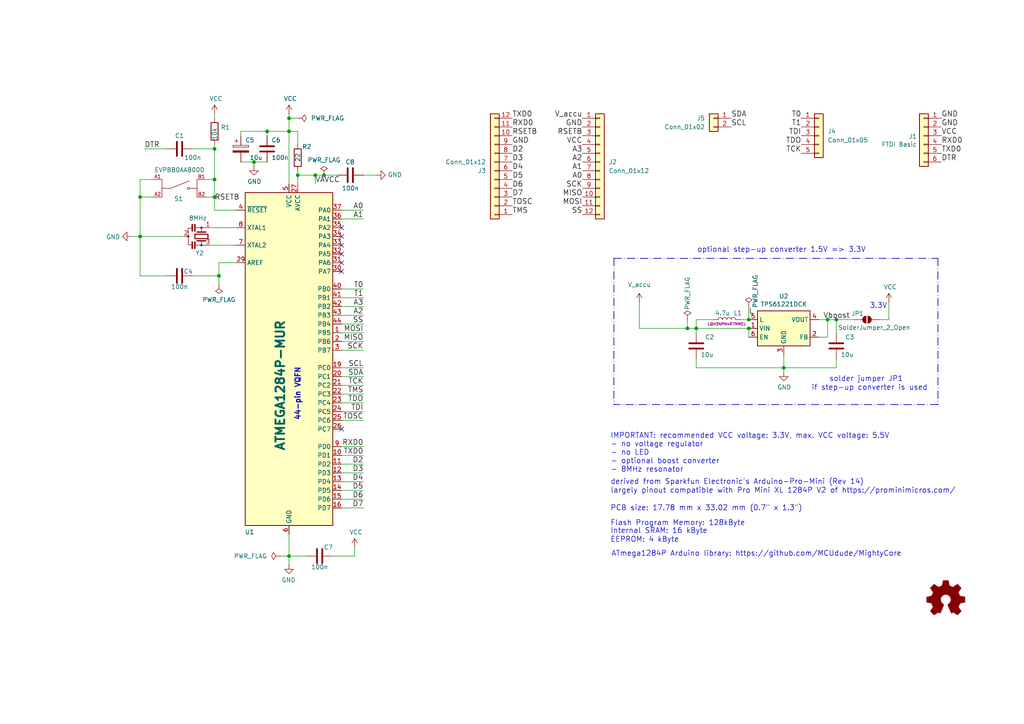
<source format=kicad_sch>
(kicad_sch (version 20231120) (generator "eeschema") (generator_version "8.0")
  (paper "A4")
  (title_block (title "HB_Pro_Mini_ATMEGA1284P_FUEL4EP") (date "2025-01-26") (rev "1.0") (company "(C) FUEL4EP 2025") (comment 1 "https://creativecommons.org/licenses/by-nc-sa/4.0/") (comment 2 "This work is licensed under CC BY-NC-SA 4.0") (comment 3 "adapted for AskSinPP projects") (comment 4 "ATmega1284P-AU VQFN 44 based clone of Arduino Pro Mini"))
  (lib_symbols
    (symbol "Connector_Generic:Conn_01x02" (pin_names (offset 1.016) hide)
      (property "Reference" "J" (at 0 2.54 0))
      (property "Value" "Conn_01x02" (at 0 -5.08 0))
      (symbol "Conn_01x02_1_1"
        (rectangle (start -1.27 -2.413) (end 0 -2.667) (stroke (width 0.1524)))
        (rectangle (start -1.27 0.127) (end 0 -0.127) (stroke (width 0.1524)))
        (rectangle (start -1.27 1.27) (end 1.27 -3.81) (stroke (width 0.254)) (fill (type background)))
        (pin passive line (at -5.08 0 0) (length 3.81) (name "Pin_1") (number "1"))
        (pin passive line (at -5.08 -2.54 0) (length 3.81) (name "Pin_2") (number "2"))
      )
    )
    (symbol "Connector_Generic:Conn_01x05" (pin_names (offset 1.016) hide)
      (property "Reference" "J" (at 0 7.62 0))
      (property "Value" "Conn_01x05" (at 0 -7.62 0))
      (symbol "Conn_01x05_1_1"
        (rectangle (start -1.27 -4.953) (end 0 -5.207) (stroke (width 0.1524)))
        (rectangle (start -1.27 -2.413) (end 0 -2.667) (stroke (width 0.1524)))
        (rectangle (start -1.27 0.127) (end 0 -0.127) (stroke (width 0.1524)))
        (rectangle (start -1.27 2.667) (end 0 2.413) (stroke (width 0.1524)))
        (rectangle (start -1.27 5.207) (end 0 4.953) (stroke (width 0.1524)))
        (rectangle (start -1.27 6.35) (end 1.27 -6.35) (stroke (width 0.254)) (fill (type background)))
        (pin passive line (at -5.08 5.08 0) (length 3.81) (name "Pin_1") (number "1"))
        (pin passive line (at -5.08 2.54 0) (length 3.81) (name "Pin_2") (number "2"))
        (pin passive line (at -5.08 0 0) (length 3.81) (name "Pin_3") (number "3"))
        (pin passive line (at -5.08 -2.54 0) (length 3.81) (name "Pin_4") (number "4"))
        (pin passive line (at -5.08 -5.08 0) (length 3.81) (name "Pin_5") (number "5"))
      )
    )
    (symbol "Connector_Generic:Conn_01x06" (pin_names (offset 1.016) hide)
      (property "Reference" "J" (at 0 7.62 0))
      (property "Value" "Conn_01x06" (at 0 -10.16 0))
      (symbol "Conn_01x06_1_1"
        (rectangle (start -1.27 -7.493) (end 0 -7.747) (stroke (width 0.1524)))
        (rectangle (start -1.27 -4.953) (end 0 -5.207) (stroke (width 0.1524)))
        (rectangle (start -1.27 -2.413) (end 0 -2.667) (stroke (width 0.1524)))
        (rectangle (start -1.27 0.127) (end 0 -0.127) (stroke (width 0.1524)))
        (rectangle (start -1.27 2.667) (end 0 2.413) (stroke (width 0.1524)))
        (rectangle (start -1.27 5.207) (end 0 4.953) (stroke (width 0.1524)))
        (rectangle (start -1.27 6.35) (end 1.27 -8.89) (stroke (width 0.254)) (fill (type background)))
        (pin passive line (at -5.08 5.08 0) (length 3.81) (name "Pin_1") (number "1"))
        (pin passive line (at -5.08 2.54 0) (length 3.81) (name "Pin_2") (number "2"))
        (pin passive line (at -5.08 0 0) (length 3.81) (name "Pin_3") (number "3"))
        (pin passive line (at -5.08 -2.54 0) (length 3.81) (name "Pin_4") (number "4"))
        (pin passive line (at -5.08 -5.08 0) (length 3.81) (name "Pin_5") (number "5"))
        (pin passive line (at -5.08 -7.62 0) (length 3.81) (name "Pin_6") (number "6"))
      )
    )
    (symbol "Connector_Generic:Conn_01x12" (pin_names (offset 1.016) hide)
      (property "Reference" "J" (at 0 15.24 0))
      (property "Value" "Conn_01x12" (at 0 -17.78 0))
      (symbol "Conn_01x12_1_1"
        (rectangle (start -1.27 -15.113) (end 0 -15.367) (stroke (width 0.1524)))
        (rectangle (start -1.27 -12.573) (end 0 -12.827) (stroke (width 0.1524)))
        (rectangle (start -1.27 -10.033) (end 0 -10.287) (stroke (width 0.1524)))
        (rectangle (start -1.27 -7.493) (end 0 -7.747) (stroke (width 0.1524)))
        (rectangle (start -1.27 -4.953) (end 0 -5.207) (stroke (width 0.1524)))
        (rectangle (start -1.27 -2.413) (end 0 -2.667) (stroke (width 0.1524)))
        (rectangle (start -1.27 0.127) (end 0 -0.127) (stroke (width 0.1524)))
        (rectangle (start -1.27 2.667) (end 0 2.413) (stroke (width 0.1524)))
        (rectangle (start -1.27 5.207) (end 0 4.953) (stroke (width 0.1524)))
        (rectangle (start -1.27 7.747) (end 0 7.493) (stroke (width 0.1524)))
        (rectangle (start -1.27 10.287) (end 0 10.033) (stroke (width 0.1524)))
        (rectangle (start -1.27 12.827) (end 0 12.573) (stroke (width 0.1524)))
        (rectangle (start -1.27 13.97) (end 1.27 -16.51) (stroke (width 0.254)) (fill (type background)))
        (pin passive line (at -5.08 12.7 0) (length 3.81) (name "Pin_1") (number "1"))
        (pin passive line (at -5.08 -10.16 0) (length 3.81) (name "Pin_10") (number "10"))
        (pin passive line (at -5.08 -12.7 0) (length 3.81) (name "Pin_11") (number "11"))
        (pin passive line (at -5.08 -15.24 0) (length 3.81) (name "Pin_12") (number "12"))
        (pin passive line (at -5.08 10.16 0) (length 3.81) (name "Pin_2") (number "2"))
        (pin passive line (at -5.08 7.62 0) (length 3.81) (name "Pin_3") (number "3"))
        (pin passive line (at -5.08 5.08 0) (length 3.81) (name "Pin_4") (number "4"))
        (pin passive line (at -5.08 2.54 0) (length 3.81) (name "Pin_5") (number "5"))
        (pin passive line (at -5.08 0 0) (length 3.81) (name "Pin_6") (number "6"))
        (pin passive line (at -5.08 -2.54 0) (length 3.81) (name "Pin_7") (number "7"))
        (pin passive line (at -5.08 -5.08 0) (length 3.81) (name "Pin_8") (number "8"))
        (pin passive line (at -5.08 -7.62 0) (length 3.81) (name "Pin_9") (number "9"))
      )
    )
    (symbol "Device:C" (pin_numbers hide) (pin_names (offset 0.254))
      (property "Reference" "C" (at 0.635 2.54 0))
      (property "Value" "C" (at 0.635 -2.54 0))
      (symbol "C_0_1"
        (polyline (pts (xy -2.032 -0.762) (xy 2.032 -0.762)) (stroke (width 0.508)))
        (polyline (pts (xy -2.032 0.762) (xy 2.032 0.762)) (stroke (width 0.508)))
      )
      (symbol "C_1_1"
        (pin passive line (at 0 3.81 270) (length 2.794) (name "~") (number "1"))
        (pin passive line (at 0 -3.81 90) (length 2.794) (name "~") (number "2"))
      )
    )
    (symbol "Device:C_Polarized" (pin_numbers hide) (pin_names (offset 0.254))
      (property "Reference" "C" (at 0.635 2.54 0))
      (property "Value" "C_Polarized" (at 0.635 -2.54 0))
      (symbol "C_Polarized_0_1"
        (rectangle (start -2.286 0.508) (end 2.286 1.016))
        (polyline (pts (xy -1.778 2.286) (xy -0.762 2.286)))
        (polyline (pts (xy -1.27 2.794) (xy -1.27 1.778)))
        (rectangle (start 2.286 -0.508) (end -2.286 -1.016) (fill (type outline)))
      )
      (symbol "C_Polarized_1_1"
        (pin passive line (at 0 3.81 270) (length 2.794) (name "~") (number "1"))
        (pin passive line (at 0 -3.81 90) (length 2.794) (name "~") (number "2"))
      )
    )
    (symbol "Device:L" (pin_numbers hide) (pin_names (offset 1.016) hide)
      (property "Reference" "L" (at -1.27 0 90))
      (property "Value" "L" (at 1.905 0 90))
      (symbol "L_0_1"
        (arc (start 0 -2.54) (mid 0.6323 -1.905) (end 0 -1.27))
        (arc (start 0 -1.27) (mid 0.6323 -0.635) (end 0 0))
        (arc (start 0 0) (mid 0.6323 0.635) (end 0 1.27))
        (arc (start 0 1.27) (mid 0.6323 1.905) (end 0 2.54))
      )
      (symbol "L_1_1"
        (pin passive line (at 0 3.81 270) (length 1.27) (name "1") (number "1"))
        (pin passive line (at 0 -3.81 90) (length 1.27) (name "2") (number "2"))
      )
    )
    (symbol "Device:R" (pin_numbers hide) (pin_names (offset 0))
      (property "Reference" "R" (at 2.032 0 90))
      (property "Value" "R" (at 0 0 90))
      (symbol "R_0_1"
        (rectangle (start -1.016 -2.54) (end 1.016 2.54) (stroke (width 0.254)))
      )
      (symbol "R_1_1"
        (pin passive line (at 0 3.81 270) (length 1.27) (name "~") (number "1"))
        (pin passive line (at 0 -3.81 90) (length 1.27) (name "~") (number "2"))
      )
    )
    (symbol "Device:Resonator_Small" (pin_names (offset 1.016) hide)
      (property "Reference" "Y" (at 3.175 1.905 0))
      (property "Value" "Resonator_Small" (at 3.175 0 0))
      (symbol "Resonator_Small_0_1"
        (rectangle (start -3.556 -2.54) (end -1.524 -2.794) (fill (type outline)))
        (rectangle (start -3.556 -1.778) (end -1.524 -2.032) (fill (type outline)))
        (circle (center -2.54 0) (radius 0.254) (fill (type outline)))
        (rectangle (start -0.635 1.905) (end 0.635 -1.905) (stroke (width 0.3048)))
        (circle (center 0 -3.81) (radius 0.254) (fill (type outline)))
        (polyline (pts (xy -2.54 -1.778) (xy -2.54 0)))
        (polyline (pts (xy -2.54 0) (xy -1.397 0)))
        (polyline (pts (xy -2.54 1.27) (xy -2.54 0)))
        (polyline (pts (xy -1.27 -1.27) (xy -1.27 1.27)) (stroke (width 0.381)))
        (polyline (pts (xy 1.27 -1.27) (xy 1.27 1.27)) (stroke (width 0.381)))
        (polyline (pts (xy 1.27 0) (xy 2.54 0)))
        (polyline (pts (xy 2.54 0) (xy 2.54 -1.778)))
        (polyline (pts (xy 2.54 1.27) (xy 2.54 0)))
        (polyline (pts (xy 2.413 -2.794) (xy 2.413 -3.81) (xy -2.413 -3.81) (xy -2.413 -2.667)))
        (rectangle (start 1.524 -2.54) (end 3.556 -2.794) (fill (type outline)))
        (rectangle (start 1.524 -1.778) (end 3.556 -2.032) (fill (type outline)))
        (circle (center 2.54 0) (radius 0.254) (fill (type outline)))
      )
      (symbol "Resonator_Small_1_1"
        (pin passive line (at -2.54 2.54 270) (length 1.27) (name "1") (number "1"))
        (pin passive line (at 0 -5.08 90) (length 1.27) (name "2") (number "2"))
        (pin passive line (at 2.54 2.54 270) (length 1.27) (name "3") (number "3"))
      )
    )
    (symbol "FUEL4EP:EVPBB0AAB000" (pin_names (offset 1.016))
      (property "Reference" "S" (at -2.54 2.54 0))
      (property "Value" "EVPBB0AAB000" (at -5.08 -4.318 0))
      (symbol "EVPBB0AAB000_0_0"
        (polyline (pts (xy -5.08 2.54) (xy -5.08 -2.54)) (stroke (width 0.1524)))
        (polyline (pts (xy -2.54 0) (xy -5.08 0)) (stroke (width 0.1524)))
        (polyline (pts (xy -2.54 0) (xy 2.794 2.1336)) (stroke (width 0.1524)))
        (polyline (pts (xy 5.08 0) (xy 2.921 0)) (stroke (width 0.1524)))
        (polyline (pts (xy 5.08 2.54) (xy 5.08 -2.54)) (stroke (width 0.1524)))
        (circle (center 2.54 0) (radius 0.3302) (stroke (width 0.1524)))
        (pin passive line (at -7.62 2.54 0) (length 2.54) (name "~") (number "A1"))
        (pin passive line (at -7.62 -2.54 0) (length 2.54) (name "~") (number "A2"))
        (pin passive line (at 7.62 2.54 180) (length 2.54) (name "~") (number "B1"))
        (pin passive line (at 7.62 -2.54 180) (length 2.54) (name "~") (number "B2"))
      )
    )
    (symbol "Graphic:Logo_Open_Hardware_Small" (in_bom no) (on_board no)
      (symbol "Logo_Open_Hardware_Small_0_1"
        (polyline (pts (xy 3.3528 -4.3434) (xy 3.302 -4.318) (xy 3.175 -4.2418) (xy 2.9972 -4.1148) (xy 2.7686 -3.9624) (xy 2.54 -3.81) (xy 2.3622 -3.7084) (xy 2.2352 -3.6068) (xy 2.1844 -3.5814) (xy 2.159 -3.6068) (xy 2.0574 -3.6576) (xy 1.905 -3.7338) (xy 1.8034 -3.7846) (xy 1.6764 -3.8354) (xy 1.6002 -3.8354) (xy 1.6002 -3.8354) (xy 1.5494 -3.7338) (xy 1.4732 -3.5306) (xy 1.3462 -3.302) (xy 1.2446 -3.0226) (xy 1.1176 -2.7178) (xy 0.9652 -2.413) (xy 0.8636 -2.1082) (xy 0.7366 -1.8288) (xy 0.6604 -1.6256) (xy 0.6096 -1.4732) (xy 0.5842 -1.397) (xy 0.5842 -1.397) (xy 0.6604 -1.3208) (xy 0.7874 -1.2446) (xy 1.0414 -1.016) (xy 1.2954 -0.6858) (xy 1.4478 -0.3302) (xy 1.524 0.0762) (xy 1.4732 0.4572) (xy 1.3208 0.8128) (xy 1.0668 1.143) (xy 0.762 1.3716) (xy 0.4064 1.524) (xy 0 1.5748) (xy -0.381 1.5494) (xy -0.7366 1.397) (xy -1.0668 1.143) (xy -1.2192 0.9906) (xy -1.397 0.6604) (xy -1.524 0.3048) (xy -1.524 0.2286) (xy -1.4986 -0.1778) (xy -1.397 -0.5334) (xy -1.1938 -0.8636) (xy -0.9144 -1.143) (xy -0.8636 -1.1684) (xy -0.7366 -1.27) (xy -0.635 -1.3462) (xy -0.5842 -1.397) (xy -1.0668 -2.5908) (xy -1.143 -2.794) (xy -1.2954 -3.1242) (xy -1.397 -3.4036) (xy -1.4986 -3.6322) (xy -1.5748 -3.7846) (xy -1.6002 -3.8354) (xy -1.6002 -3.8354) (xy -1.651 -3.8354) (xy -1.7272 -3.81) (xy -1.905 -3.7338) (xy -2.0066 -3.683) (xy -2.1336 -3.6068) (xy -2.2098 -3.5814) (xy -2.2606 -3.6068) (xy -2.3622 -3.683) (xy -2.54 -3.81) (xy -2.7686 -3.9624) (xy -2.9718 -4.0894) (xy -3.1496 -4.2164) (xy -3.302 -4.318) (xy -3.3528 -4.3434) (xy -3.3782 -4.3434) (xy -3.429 -4.318) (xy -3.5306 -4.2164) (xy -3.7084 -4.064) (xy -3.937 -3.8354) (xy -3.9624 -3.81) (xy -4.1656 -3.6068) (xy -4.318 -3.4544) (xy -4.4196 -3.3274) (xy -4.445 -3.2766) (xy -4.445 -3.2766) (xy -4.4196 -3.2258) (xy -4.318 -3.0734) (xy -4.2164 -2.8956) (xy -4.064 -2.667) (xy -3.6576 -2.0828) (xy -3.8862 -1.5494) (xy -3.937 -1.3716) (xy -4.0386 -1.1684) (xy -4.0894 -1.0414) (xy -4.1148 -0.9652) (xy -4.191 -0.9398) (xy -4.318 -0.9144) (xy -4.5466 -0.8636) (xy -4.8006 -0.8128) (xy -5.0546 -0.7874) (xy -5.2578 -0.7366) (xy -5.4356 -0.7112) (xy -5.5118 -0.6858) (xy -5.5118 -0.6858) (xy -5.5372 -0.635) (xy -5.5372 -0.5588) (xy -5.5372 -0.4318) (xy -5.5626 -0.2286) (xy -5.5626 0.0762) (xy -5.5626 0.127) (xy -5.5372 0.4064) (xy -5.5372 0.635) (xy -5.5372 0.762) (xy -5.5372 0.8382) (xy -5.5372 0.8382) (xy -5.461 0.8382) (xy -5.3086 0.889) (xy -5.08 0.9144) (xy -4.826 0.9652) (xy -4.8006 0.9906) (xy -4.5466 1.0414) (xy -4.318 1.0668) (xy -4.1656 1.1176) (xy -4.0894 1.143) (xy -4.0894 1.143) (xy -4.0386 1.2446) (xy -3.9624 1.4224) (xy -3.8608 1.6256) (xy -3.7846 1.8288) (xy -3.7084 2.0066) (xy -3.6576 2.159) (xy -3.6322 2.2098) (xy -3.6322 2.2098) (xy -3.683 2.286) (xy -3.7592 2.413) (xy -3.8862 2.5908) (xy -4.064 2.8194) (xy -4.064 2.8448) (xy -4.2164 3.0734) (xy -4.3434 3.2512) (xy -4.4196 3.3782) (xy -4.445 3.4544) (xy -4.445 3.4544) (xy -4.3942 3.5052) (xy -4.2926 3.6322) (xy -4.1148 3.81) (xy -3.937 4.0132) (xy -3.8608 4.064) (xy -3.6576 4.2926) (xy -3.5052 4.4196) (xy -3.4036 4.4958) (xy -3.3528 4.5212) (xy -3.3528 4.5212) (xy -3.302 4.4704) (xy -3.1496 4.3688) (xy -2.9718 4.2418) (xy -2.7432 4.0894) (xy -2.7178 4.0894) (xy -2.4892 3.937) (xy -2.3114 3.81) (xy -2.1844 3.7084) (xy -2.1336 3.683) (xy -2.1082 3.683) (xy -2.032 3.7084) (xy -1.8542 3.7592) (xy -1.6764 3.8354) (xy -1.4732 3.937) (xy -1.27 4.0132) (xy -1.143 4.064) (xy -1.0668 4.1148) (xy -1.0668 4.1148) (xy -1.0414 4.191) (xy -1.016 4.3434) (xy -0.9652 4.572) (xy -0.9144 4.8514) (xy -0.889 4.9022) (xy -0.8382 5.1562) (xy -0.8128 5.3848) (xy -0.7874 5.5372) (xy -0.762 5.588) (xy -0.7112 5.6134) (xy -0.5842 5.6134) (xy -0.4064 5.6134) (xy -0.1524 5.6134) (xy 0.0762 5.6134) (xy 0.3302 5.6134) (xy 0.5334 5.6134) (xy 0.6858 5.588) (xy 0.7366 5.588) (xy 0.7366 5.588) (xy 0.762 5.5118) (xy 0.8128 5.334) (xy 0.8382 5.1054) (xy 0.9144 4.826) (xy 0.9144 4.7752) (xy 0.9652 4.5212) (xy 1.016 4.2926) (xy 1.0414 4.1402) (xy 1.0668 4.0894) (xy 1.0668 4.0894) (xy 1.1938 4.0386) (xy 1.3716 3.9624) (xy 1.5748 3.8608) (xy 2.0828 3.6576) (xy 2.7178 4.0894) (xy 2.7686 4.1402) (xy 2.9972 4.2926) (xy 3.175 4.4196) (xy 3.302 4.4958) (xy 3.3782 4.5212) (xy 3.3782 4.5212) (xy 3.429 4.4704) (xy 3.556 4.3434) (xy 3.7338 4.191) (xy 3.9116 3.9878) (xy 4.064 3.8354) (xy 4.2418 3.6576) (xy 4.3434 3.556) (xy 4.4196 3.4798) (xy 4.4196 3.429) (xy 4.4196 3.4036) (xy 4.3942 3.3274) (xy 4.2926 3.2004) (xy 4.1656 2.9972) (xy 4.0132 2.794) (xy 3.8862 2.5908) (xy 3.7592 2.3876) (xy 3.6576 2.2352) (xy 3.6322 2.159) (xy 3.6322 2.1336) (xy 3.683 2.0066) (xy 3.7592 1.8288) (xy 3.8608 1.6002) (xy 4.064 1.1176) (xy 4.3942 1.0414) (xy 4.5974 1.016) (xy 4.8768 0.9652) (xy 5.1308 0.9144) (xy 5.5372 0.8382) (xy 5.5626 -0.6604) (xy 5.4864 -0.6858) (xy 5.4356 -0.6858) (xy 5.2832 -0.7366) (xy 5.0546 -0.762) (xy 4.8006 -0.8128) (xy 4.5974 -0.8636) (xy 4.3688 -0.9144) (xy 4.2164 -0.9398) (xy 4.1402 -0.9398) (xy 4.1148 -0.9652) (xy 4.064 -1.0668) (xy 3.9878 -1.2446) (xy 3.9116 -1.4478) (xy 3.81 -1.651) (xy 3.7338 -1.8542) (xy 3.683 -2.0066) (xy 3.6576 -2.0828) (xy 3.683 -2.1336) (xy 3.7846 -2.2606) (xy 3.8862 -2.4638) (xy 4.0386 -2.667) (xy 4.191 -2.8956) (xy 4.318 -3.0734) (xy 4.3942 -3.2004) (xy 4.445 -3.2766) (xy 4.4196 -3.3274) (xy 4.3434 -3.429) (xy 4.1656 -3.5814) (xy 3.937 -3.8354) (xy 3.8862 -3.8608) (xy 3.683 -4.064) (xy 3.5306 -4.2164) (xy 3.4036 -4.318) (xy 3.3528 -4.3434)) (fill (type outline)))
      )
    )
    (symbol "Jumper:SolderJumper_2_Open" (pin_numbers hide) (pin_names (offset 0) hide) (exclude_from_sim yes) (in_bom no)
      (property "Reference" "JP" (at 0 2.032 0))
      (property "Value" "SolderJumper_2_Open" (at 0 -2.54 0))
      (symbol "SolderJumper_2_Open_0_1"
        (arc (start -0.254 1.016) (mid -1.2656 0) (end -0.254 -1.016))
        (arc (start -0.254 1.016) (mid -1.2656 0) (end -0.254 -1.016) (fill (type outline)))
        (polyline (pts (xy -0.254 1.016) (xy -0.254 -1.016)))
        (polyline (pts (xy 0.254 1.016) (xy 0.254 -1.016)))
        (arc (start 0.254 -1.016) (mid 1.2656 0) (end 0.254 1.016))
        (arc (start 0.254 -1.016) (mid 1.2656 0) (end 0.254 1.016) (fill (type outline)))
      )
      (symbol "SolderJumper_2_Open_1_1"
        (pin passive line (at -3.81 0 0) (length 2.54) (name "A") (number "1"))
        (pin passive line (at 3.81 0 180) (length 2.54) (name "B") (number "2"))
      )
    )
    (symbol "MCU_Microchip_ATmega:ATmega1284P-M"
      (property "Reference" "U" (at -12.7 49.53 0))
      (property "Value" "ATmega1284P-M" (at 2.54 -49.53 0))
      (symbol "ATmega1284P-M_0_1"
        (rectangle (start -12.7 -48.26) (end 12.7 48.26) (stroke (width 0.254)) (fill (type background)))
      )
      (symbol "ATmega1284P-M_1_1"
        (pin bidirectional line (at 15.24 7.62 180) (length 2.54) (name "PB5") (number "1"))
        (pin bidirectional line (at 15.24 -27.94 180) (length 2.54) (name "PD1") (number "10"))
        (pin bidirectional line (at 15.24 -30.48 180) (length 2.54) (name "PD2") (number "11"))
        (pin bidirectional line (at 15.24 -33.02 180) (length 2.54) (name "PD3") (number "12"))
        (pin bidirectional line (at 15.24 -35.56 180) (length 2.54) (name "PD4") (number "13"))
        (pin bidirectional line (at 15.24 -38.1 180) (length 2.54) (name "PD5") (number "14"))
        (pin bidirectional line (at 15.24 -40.64 180) (length 2.54) (name "PD6") (number "15"))
        (pin bidirectional line (at 15.24 -43.18 180) (length 2.54) (name "PD7") (number "16"))
        (pin passive line (at 0 50.8 270) (length 2.54) hide (name "VCC") (number "17"))
        (pin passive line (at 0 -50.8 90) (length 2.54) hide (name "GND") (number "18"))
        (pin bidirectional line (at 15.24 -2.54 180) (length 2.54) (name "PC0") (number "19"))
        (pin bidirectional line (at 15.24 5.08 180) (length 2.54) (name "PB6") (number "2"))
        (pin bidirectional line (at 15.24 -5.08 180) (length 2.54) (name "PC1") (number "20"))
        (pin bidirectional line (at 15.24 -7.62 180) (length 2.54) (name "PC2") (number "21"))
        (pin bidirectional line (at 15.24 -10.16 180) (length 2.54) (name "PC3") (number "22"))
        (pin bidirectional line (at 15.24 -12.7 180) (length 2.54) (name "PC4") (number "23"))
        (pin bidirectional line (at 15.24 -15.24 180) (length 2.54) (name "PC5") (number "24"))
        (pin bidirectional line (at 15.24 -17.78 180) (length 2.54) (name "PC6") (number "25"))
        (pin bidirectional line (at 15.24 -20.32 180) (length 2.54) (name "PC7") (number "26"))
        (pin power_in line (at 2.54 50.8 270) (length 2.54) (name "AVCC") (number "27"))
        (pin passive line (at 0 -50.8 90) (length 2.54) hide (name "GND") (number "28"))
        (pin passive line (at -15.24 27.94 0) (length 2.54) (name "AREF") (number "29"))
        (pin bidirectional line (at 15.24 2.54 180) (length 2.54) (name "PB7") (number "3"))
        (pin bidirectional line (at 15.24 25.4 180) (length 2.54) (name "PA7") (number "30"))
        (pin bidirectional line (at 15.24 27.94 180) (length 2.54) (name "PA6") (number "31"))
        (pin bidirectional line (at 15.24 30.48 180) (length 2.54) (name "PA5") (number "32"))
        (pin bidirectional line (at 15.24 33.02 180) (length 2.54) (name "PA4") (number "33"))
        (pin bidirectional line (at 15.24 35.56 180) (length 2.54) (name "PA3") (number "34"))
        (pin bidirectional line (at 15.24 38.1 180) (length 2.54) (name "PA2") (number "35"))
        (pin bidirectional line (at 15.24 40.64 180) (length 2.54) (name "PA1") (number "36"))
        (pin bidirectional line (at 15.24 43.18 180) (length 2.54) (name "PA0") (number "37"))
        (pin passive line (at 0 50.8 270) (length 2.54) hide (name "VCC") (number "38"))
        (pin passive line (at 0 -50.8 90) (length 2.54) hide (name "GND") (number "39"))
        (pin input line (at -15.24 43.18 0) (length 2.54) (name "~{RESET}") (number "4"))
        (pin bidirectional line (at 15.24 20.32 180) (length 2.54) (name "PB0") (number "40"))
        (pin bidirectional line (at 15.24 17.78 180) (length 2.54) (name "PB1") (number "41"))
        (pin bidirectional line (at 15.24 15.24 180) (length 2.54) (name "PB2") (number "42"))
        (pin bidirectional line (at 15.24 12.7 180) (length 2.54) (name "PB3") (number "43"))
        (pin bidirectional line (at 15.24 10.16 180) (length 2.54) (name "PB4") (number "44"))
        (pin passive line (at 0 -50.8 90) (length 2.54) hide (name "GND") (number "45"))
        (pin power_in line (at 0 50.8 270) (length 2.54) (name "VCC") (number "5"))
        (pin power_in line (at 0 -50.8 90) (length 2.54) (name "GND") (number "6"))
        (pin output line (at -15.24 33.02 0) (length 2.54) (name "XTAL2") (number "7"))
        (pin input line (at -15.24 38.1 0) (length 2.54) (name "XTAL1") (number "8"))
        (pin bidirectional line (at 15.24 -25.4 180) (length 2.54) (name "PD0") (number "9"))
      )
    )
    (symbol "Regulator_Switching:TPS61221DCK"
      (property "Reference" "U" (at -7.62 6.35 0))
      (property "Value" "TPS61221DCK" (at 2.54 6.35 0))
      (symbol "TPS61221DCK_0_1"
        (rectangle (start -7.62 5.08) (end 7.62 -5.08) (stroke (width 0.254)) (fill (type background)))
      )
      (symbol "TPS61221DCK_1_1"
        (pin power_in line (at -10.16 0 0) (length 2.54) (name "VIN") (number "1"))
        (pin input line (at 10.16 -2.54 180) (length 2.54) (name "FB") (number "2"))
        (pin power_in line (at 0 -7.62 90) (length 2.54) (name "GND") (number "3"))
        (pin power_out line (at 10.16 2.54 180) (length 2.54) (name "VOUT") (number "4"))
        (pin power_in line (at -10.16 2.54 0) (length 2.54) (name "L") (number "5"))
        (pin input line (at -10.16 -2.54 0) (length 2.54) (name "EN") (number "6"))
      )
    )
    (symbol "power:GND" (power) (pin_numbers hide) (pin_names (offset 0) hide)
      (property "Value" "GND" (at 0 -3.81 0))
      (symbol "GND_0_1"
        (polyline (pts (xy 0 0) (xy 0 -1.27) (xy 1.27 -1.27) (xy 0 -2.54) (xy -1.27 -1.27) (xy 0 -1.27)))
      )
      (symbol "GND_1_1"
        (pin power_in line (at 0 0 270) (length 0) (name "~") (number "1"))
      )
    )
    (symbol "power:PWR_FLAG" (power) (pin_numbers hide) (pin_names (offset 0) hide)
      (property "Value" "PWR_FLAG" (at 0 3.81 0))
      (symbol "PWR_FLAG_0_0"
        (pin power_out line (at 0 0 90) (length 0) (name "~") (number "1"))
      )
      (symbol "PWR_FLAG_0_1"
        (polyline (pts (xy 0 0) (xy 0 1.27) (xy -1.016 1.905) (xy 0 2.54) (xy 1.016 1.905) (xy 0 1.27)))
      )
    )
    (symbol "power:VCC" (power) (pin_numbers hide) (pin_names (offset 0) hide)
      (property "Value" "VCC" (at 0 3.556 0))
      (symbol "VCC_0_1"
        (polyline (pts (xy -0.762 1.27) (xy 0 2.54)))
        (polyline (pts (xy 0 0) (xy 0 2.54)))
        (polyline (pts (xy 0 2.54) (xy 0.762 1.27)))
      )
      (symbol "VCC_1_1"
        (pin power_in line (at 0 0 90) (length 0) (name "~") (number "1"))
      )
    )
  )
  (junction (at 240.03 92.71))
  (junction (at 62.23 57.15))
  (junction (at 73.66 46.99))
  (junction (at 242.57 92.71))
  (junction (at 93.98 50.8))
  (junction (at 40.64 57.15))
  (junction (at 62.23 43.18))
  (junction (at 217.17 95.25))
  (junction (at 77.47 38.1))
  (junction (at 201.93 95.25))
  (junction (at 62.23 52.07))
  (junction (at 86.36 50.8))
  (junction (at 199.39 95.25))
  (junction (at 91.44 50.8))
  (junction (at 217.17 92.71))
  (junction (at 40.64 68.58))
  (junction (at 227.33 106.68))
  (junction (at 83.82 38.1))
  (junction (at 83.82 161.29))
  (junction (at 63.5 80.01))
  (junction (at 83.82 34.29))
  (no_connect (at 99.06 78.74))
  (no_connect (at 99.06 76.2))
  (no_connect (at 99.06 66.04))
  (no_connect (at 99.06 68.58))
  (no_connect (at 99.06 71.12))
  (no_connect (at 99.06 73.66))
  (no_connect (at 99.06 124.46))
  (wire (pts (xy 63.5 76.2) (xy 68.58 76.2)))
  (wire (pts (xy 99.06 142.24) (xy 105.41 142.24)))
  (wire (pts (xy 242.57 92.71) (xy 247.65 92.71)))
  (wire (pts (xy 99.06 116.84) (xy 105.41 116.84)))
  (polyline (pts (xy 272.034 117.348) (xy 178.054 117.348)) (stroke (width 0.2) (type dash_dot)))
  (wire (pts (xy 217.17 92.71) (xy 214.63 92.71)))
  (wire (pts (xy 73.66 46.99) (xy 73.66 48.26)))
  (wire (pts (xy 201.93 95.25) (xy 199.39 95.25)))
  (wire (pts (xy 99.06 119.38) (xy 105.41 119.38)))
  (wire (pts (xy 99.06 101.6) (xy 105.41 101.6)))
  (wire (pts (xy 201.93 92.71) (xy 201.93 95.25)))
  (wire (pts (xy 99.06 114.3) (xy 105.41 114.3)))
  (wire (pts (xy 99.06 109.22) (xy 105.41 109.22)))
  (wire (pts (xy 40.64 68.58) (xy 40.64 80.01)))
  (wire (pts (xy 99.06 86.36) (xy 105.41 86.36)))
  (wire (pts (xy 73.66 46.99) (xy 77.47 46.99)))
  (wire (pts (xy 88.9 161.29) (xy 83.82 161.29)))
  (wire (pts (xy 81.28 161.29) (xy 83.82 161.29)))
  (wire (pts (xy 99.06 111.76) (xy 105.41 111.76)))
  (wire (pts (xy 217.17 97.79) (xy 217.17 95.25)))
  (wire (pts (xy 48.26 43.18) (xy 41.91 43.18)))
  (wire (pts (xy 105.41 121.92) (xy 99.06 121.92)))
  (wire (pts (xy 99.06 99.06) (xy 105.41 99.06)))
  (wire (pts (xy 96.52 161.29) (xy 102.87 161.29)))
  (wire (pts (xy 40.64 57.15) (xy 40.64 68.58)))
  (wire (pts (xy 99.06 83.82) (xy 105.41 83.82)))
  (wire (pts (xy 99.06 132.08) (xy 105.41 132.08)))
  (wire (pts (xy 201.93 95.25) (xy 201.93 96.52)))
  (wire (pts (xy 60.96 66.04) (xy 68.58 66.04)))
  (wire (pts (xy 91.44 53.34) (xy 91.44 50.8)))
  (wire (pts (xy 201.93 106.68) (xy 201.93 104.14)))
  (wire (pts (xy 83.82 38.1) (xy 86.36 38.1)))
  (wire (pts (xy 237.49 97.79) (xy 240.03 97.79)))
  (wire (pts (xy 99.06 96.52) (xy 105.41 96.52)))
  (wire (pts (xy 99.06 60.96) (xy 105.41 60.96)))
  (wire (pts (xy 60.96 71.12) (xy 68.58 71.12)))
  (wire (pts (xy 102.87 161.29) (xy 102.87 158.75)))
  (wire (pts (xy 83.82 154.94) (xy 83.82 161.29)))
  (wire (pts (xy 55.88 43.18) (xy 62.23 43.18)))
  (wire (pts (xy 255.27 92.71) (xy 257.81 92.71)))
  (wire (pts (xy 99.06 63.5) (xy 105.41 63.5)))
  (wire (pts (xy 62.23 43.18) (xy 62.23 52.07)))
  (wire (pts (xy 99.06 88.9) (xy 105.41 88.9)))
  (wire (pts (xy 105.41 50.8) (xy 109.22 50.8)))
  (wire (pts (xy 97.79 50.8) (xy 93.98 50.8)))
  (wire (pts (xy 86.36 50.8) (xy 86.36 53.34)))
  (wire (pts (xy 40.64 68.58) (xy 53.34 68.58)))
  (wire (pts (xy 99.06 144.78) (xy 105.41 144.78)))
  (wire (pts (xy 201.93 106.68) (xy 227.33 106.68)))
  (wire (pts (xy 77.47 38.1) (xy 83.82 38.1)))
  (wire (pts (xy 62.23 60.96) (xy 68.58 60.96)))
  (wire (pts (xy 201.93 95.25) (xy 217.17 95.25)))
  (wire (pts (xy 99.06 137.16) (xy 105.41 137.16)))
  (polyline (pts (xy 178.054 74.93) (xy 178.054 117.348)) (stroke (width 0.2) (type dash_dot)))
  (wire (pts (xy 99.06 129.54) (xy 105.41 129.54)))
  (wire (pts (xy 242.57 106.68) (xy 242.57 104.14)))
  (wire (pts (xy 69.85 46.99) (xy 73.66 46.99)))
  (wire (pts (xy 38.1 68.58) (xy 40.64 68.58)))
  (wire (pts (xy 59.69 52.07) (xy 62.23 52.07)))
  (polyline (pts (xy 178.054 74.93) (xy 272.034 74.93)) (stroke (width 0.2) (type dash_dot)))
  (wire (pts (xy 99.06 147.32) (xy 105.41 147.32)))
  (wire (pts (xy 99.06 106.68) (xy 105.41 106.68)))
  (wire (pts (xy 99.06 134.62) (xy 105.41 134.62)))
  (wire (pts (xy 62.23 57.15) (xy 62.23 60.96)))
  (wire (pts (xy 77.47 38.1) (xy 77.47 39.37)))
  (wire (pts (xy 242.57 92.71) (xy 242.57 96.52)))
  (wire (pts (xy 63.5 80.01) (xy 63.5 76.2)))
  (wire (pts (xy 240.03 97.79) (xy 240.03 92.71)))
  (wire (pts (xy 55.88 80.01) (xy 63.5 80.01)))
  (wire (pts (xy 62.23 33.02) (xy 62.23 34.29)))
  (wire (pts (xy 59.69 57.15) (xy 62.23 57.15)))
  (wire (pts (xy 40.64 57.15) (xy 44.45 57.15)))
  (wire (pts (xy 91.44 50.8) (xy 86.36 50.8)))
  (wire (pts (xy 83.82 161.29) (xy 83.82 163.83)))
  (wire (pts (xy 240.03 92.71) (xy 237.49 92.71)))
  (wire (pts (xy 83.82 38.1) (xy 83.82 53.34)))
  (wire (pts (xy 62.23 41.91) (xy 62.23 43.18)))
  (wire (pts (xy 199.39 92.71) (xy 199.39 95.25)))
  (wire (pts (xy 99.06 93.98) (xy 105.41 93.98)))
  (wire (pts (xy 199.39 95.25) (xy 185.42 95.25)))
  (wire (pts (xy 242.57 92.71) (xy 240.03 92.71)))
  (wire (pts (xy 185.42 95.25) (xy 185.42 87.63)))
  (wire (pts (xy 217.17 92.71) (xy 217.17 88.9)))
  (wire (pts (xy 83.82 34.29) (xy 83.82 38.1)))
  (wire (pts (xy 63.5 82.55) (xy 63.5 80.01)))
  (wire (pts (xy 83.82 34.29) (xy 86.36 34.29)))
  (wire (pts (xy 227.33 106.68) (xy 227.33 107.95)))
  (wire (pts (xy 99.06 91.44) (xy 105.41 91.44)))
  (wire (pts (xy 227.33 106.68) (xy 242.57 106.68)))
  (wire (pts (xy 257.81 92.71) (xy 257.81 87.63)))
  (wire (pts (xy 40.64 80.01) (xy 48.26 80.01)))
  (wire (pts (xy 99.06 139.7) (xy 105.41 139.7)))
  (polyline (pts (xy 272.034 74.93) (xy 272.034 117.348)) (stroke (width 0.2) (type dash_dot)))
  (wire (pts (xy 86.36 38.1) (xy 86.36 41.91)))
  (wire (pts (xy 44.45 52.07) (xy 40.64 52.07)))
  (wire (pts (xy 93.98 50.8) (xy 91.44 50.8)))
  (wire (pts (xy 69.85 38.1) (xy 69.85 39.37)))
  (wire (pts (xy 83.82 33.02) (xy 83.82 34.29)))
  (wire (pts (xy 86.36 49.53) (xy 86.36 50.8)))
  (wire (pts (xy 40.64 52.07) (xy 40.64 57.15)))
  (wire (pts (xy 62.23 52.07) (xy 62.23 57.15)))
  (wire (pts (xy 227.33 102.87) (xy 227.33 106.68)))
  (wire (pts (xy 77.47 38.1) (xy 69.85 38.1)))
  (wire (pts (xy 201.93 92.71) (xy 207.01 92.71)))
  (text "ATmega1284P Arduino library: https://github.com/MCUdude/MightyCore" (at 177.292 161.544 0) (effects (font (size 1.524 1.524)) (justify left bottom)))
  (text "derived from Sparkfun Electronic's Arduino-Pro-Mini (Rev 14)" (at 177.038 140.716 0) (effects (font (size 1.524 1.524)) (justify left bottom)))
  (text "PCB size: 17.78 mm x 33.02 mm (0.7\" x 1.3\")" (at 177.038 148.336 0) (effects (font (size 1.524 1.524)) (justify left bottom)))
  (text "3.3V" (at 252.222 89.662 0) (effects (font (size 1.524 1.524)) (justify left bottom)))
  (text "if step-up converter is used" (at 252.222 112.522 0) (effects (font (size 1.524 1.524))))
  (text "optional step-up converter 1.5V => 3.3V" (at 202.184 73.406 0) (effects (font (size 1.524 1.524)) (justify left bottom)))
  (text "44-pin VQFN" (at 86.36 114.3 90) (effects (font (size 1.524 1.524) (thickness 0.3048) (bold yes))))
  (text "EEPROM: 4 kByte" (at 177.038 157.48 0) (effects (font (size 1.524 1.524)) (justify left bottom)))
  (text "Flash Program Memory: 128kByte\n" (at 177.038 152.654 0) (effects (font (size 1.524 1.524)) (justify left bottom)))
  (text "largely pinout compatible with Pro Mini XL 1284P V2 of https://prominimicros.com/ " (at 177.038 143.256 0) (effects (font (size 1.524 1.524)) (justify left bottom)))
  (text "Internal SRAM: 16 kByte" (at 177.038 154.94 0) (effects (font (size 1.524 1.524)) (justify left bottom)))
  (text "solder jumper JP1" (at 251.206 109.982 0) (effects (font (size 1.524 1.524))))
  (text "IMPORTANT: recommended VCC voltage: 3.3V, max. VCC voltage: 5.5V\n- no voltage regulator\n- no LED\n- optional boost converter\n- 8MHz resonator" (at 177.038 137.16 0) (effects (font (size 1.524 1.524)) (justify left bottom)))
  (label "D7" (at 148.59 57.15 0) (effects (font (size 1.524 1.524))))
  (label "MISO" (at 168.91 57.15 180) (effects (font (size 1.524 1.524))))
  (label "GND" (at 168.91 36.83 180) (effects (font (size 1.524 1.524))))
  (label "TMS" (at 105.41 114.3 180) (effects (font (size 1.524 1.524))))
  (label "TDI" (at 105.41 119.38 180) (effects (font (size 1.524 1.524))))
  (label "TOSC" (at 148.59 59.69 0) (effects (font (size 1.524 1.524))))
  (label "D4" (at 148.59 49.53 0) (effects (font (size 1.524 1.524))))
  (label "SS" (at 168.91 62.23 180) (effects (font (size 1.524 1.524))))
  (label "A2" (at 168.91 46.99 180) (effects (font (size 1.524 1.524))))
  (label "GND" (at 148.59 41.91 0) (effects (font (size 1.524 1.524))))
  (label "SDA" (at 105.41 109.22 180) (effects (font (size 1.524 1.524))))
  (label "A1" (at 105.41 63.5 180) (effects (font (size 1.524 1.524))))
  (label "VCC" (at 168.91 41.91 180) (effects (font (size 1.524 1.524))))
  (label "DTR" (at 273.05 46.99 0) (effects (font (size 1.524 1.524))))
  (label "A3" (at 168.91 44.45 180) (effects (font (size 1.524 1.524))))
  (label "T0" (at 232.41 34.29 180) (effects (font (size 1.524 1.524))))
  (label "T1" (at 105.41 86.36 180) (effects (font (size 1.524 1.524))))
  (label "TDO" (at 105.41 116.84 180) (effects (font (size 1.524 1.524))))
  (label "T0" (at 105.41 83.82 180) (effects (font (size 1.524 1.524))))
  (label "D6" (at 105.41 144.78 180) (effects (font (size 1.524 1.524))))
  (label "L" (at 217.17 91.44 0) (effects (font (size 1.524 1.524))))
  (label "TMS" (at 148.59 62.23 0) (effects (font (size 1.524 1.524))))
  (label "D6" (at 148.59 54.61 0) (effects (font (size 1.524 1.524))))
  (label "MISO" (at 105.41 99.06 180) (effects (font (size 1.524 1.524))))
  (label "A2" (at 105.41 91.44 180) (effects (font (size 1.524 1.524))))
  (label "SCK" (at 168.91 54.61 180) (effects (font (size 1.524 1.524))))
  (label "MOSI" (at 105.41 96.52 180) (effects (font (size 1.524 1.524))))
  (label "D3" (at 148.59 46.99 0) (effects (font (size 1.524 1.524))))
  (label "SCK" (at 105.41 101.6 180) (effects (font (size 1.524 1.524))))
  (label "T1" (at 232.41 36.83 180) (effects (font (size 1.524 1.524))))
  (label "GND" (at 273.05 36.83 0) (effects (font (size 1.524 1.524))))
  (label "SCL" (at 105.41 106.68 180) (effects (font (size 1.524 1.524))))
  (label "RXD0" (at 105.41 129.54 180) (effects (font (size 1.524 1.524))))
  (label "D5" (at 105.41 142.24 180) (effects (font (size 1.524 1.524))))
  (label "RSETB" (at 62.23 58.42 0) (effects (font (size 1.524 1.524))))
  (label "TXD0" (at 105.41 132.08 180) (effects (font (size 1.524 1.524))))
  (label "TOSC" (at 105.41 121.92 180) (effects (font (size 1.524 1.524))))
  (label "D4" (at 105.41 139.7 180) (effects (font (size 1.524 1.524))))
  (label "A0" (at 168.91 52.07 180) (effects (font (size 1.524 1.524))))
  (label "D3" (at 105.41 137.16 180) (effects (font (size 1.524 1.524))))
  (label "VCC" (at 273.05 39.37 0) (effects (font (size 1.524 1.524))))
  (label "RXD0" (at 148.59 36.83 0) (effects (font (size 1.524 1.524))))
  (label "A3" (at 105.41 88.9 180) (effects (font (size 1.524 1.524))))
  (label "D2" (at 148.59 44.45 0) (effects (font (size 1.524 1.524))))
  (label "A0" (at 105.41 60.96 180) (effects (font (size 1.524 1.524))))
  (label "SS" (at 105.41 93.98 180) (effects (font (size 1.524 1.524))))
  (label "RXD0" (at 273.05 41.91 0) (effects (font (size 1.524 1.524))))
  (label "DTR" (at 41.91 43.18 0) (effects (font (size 1.524 1.524))))
  (label "SCL" (at 212.09 36.83 0) (effects (font (size 1.524 1.524))))
  (label "MOSI" (at 168.91 59.69 180) (effects (font (size 1.524 1.524))))
  (label "TCK" (at 105.41 111.76 180) (effects (font (size 1.524 1.524))))
  (label "SDA" (at 212.09 34.29 0) (effects (font (size 1.524 1.524))))
  (label "RSETB" (at 168.91 39.37 180) (effects (font (size 1.524 1.524))))
  (label "GND" (at 273.05 34.29 0) (effects (font (size 1.524 1.524))))
  (label "D5" (at 148.59 52.07 0) (effects (font (size 1.524 1.524))))
  (label "Vboost" (at 238.76 92.71 0) (effects (font (size 1.524 1.524))))
  (label "TXD0" (at 148.59 34.29 0) (effects (font (size 1.524 1.524))))
  (label "D2" (at 105.41 134.62 180) (effects (font (size 1.524 1.524))))
  (label "VAVCC" (at 91.44 53.34 0) (effects (font (size 1.524 1.524))))
  (label "TCK" (at 232.41 44.45 180) (effects (font (size 1.524 1.524))))
  (label "TDI" (at 232.41 39.37 180) (effects (font (size 1.524 1.524))))
  (label "TXD0" (at 273.05 44.45 0) (effects (font (size 1.524 1.524))))
  (label "TDO" (at 232.41 41.91 180) (effects (font (size 1.524 1.524))))
  (label "A1" (at 168.91 49.53 180) (effects (font (size 1.524 1.524))))
  (label "D7" (at 105.41 147.32 180) (effects (font (size 1.524 1.524))))
  (label "V_accu" (at 168.91 34.29 180) (effects (font (size 1.524 1.524))))
  (label "RSETB" (at 148.59 39.37 0) (effects (font (size 1.524 1.524))))
  (symbol (lib_id "Graphic:Logo_Open_Hardware_Small") (at 274.32 173.99 0) (unit 1) (exclude_from_sim yes)
    (property "Reference" "LOGO1" (effects (hide yes)))
    (property "Value" "Logo_Open_Hardware_Small" (effects (hide yes)))
    (property "Footprint" "FUEL4EP:CC-BY-ND-SA" (effects (hide yes)))
  )
  (symbol (lib_id "power:VCC") (at 257.81 87.63 0) (unit 1)
    (property "Reference" "#PWR09" (effects (hide yes)))
    (property "Value" "VCC" (at 258.191 83.2358 0))
    (property "Description" "Power symbol creates a global label with name \"VCC\"" (effects (hide yes)))
  )
  (symbol (lib_id "Connector_Generic:Conn_01x05") (at 237.49 39.37 0) (unit 1)
    (property "Reference" "J4" (at 240.03 38.0999 0) (effects (justify left)))
    (property "Value" "Conn_01x05" (at 240.03 40.6399 0) (effects (justify left)))
    (property "Footprint" "FUEL4EP:PinHeader_1x05_P2.54mm_Vertical_FUEL4EP" (effects (hide yes)))
    (property "Description" "Generic connector, single row, 01x05, script generated (kicad-library-utils/schlib/autogen/connector/)" (effects (hide yes)))
  )
  (symbol (lib_id "power:PWR_FLAG") (at 86.36 34.29 270) (unit 1)
    (property "Reference" "#FLG04" (effects (hide yes)))
    (property "Value" "PWR_FLAG" (at 90.17 34.2899 90) (effects (justify left)))
    (property "Description" "Special symbol for telling ERC where power comes from" (effects (hide yes)))
  )
  (symbol (lib_id "Connector_Generic:Conn_01x12") (at 143.51 49.53 180) (unit 1)
    (property "Reference" "J3" (at 140.97 49.5301 0) (effects (justify left)))
    (property "Value" "Conn_01x12" (at 140.97 46.9901 0) (effects (justify left)))
    (property "Footprint" "FUEL4EP:PinHeader_1x12_P2.54mm_Vertical_FUEL4EP" (effects (hide yes)))
    (property "Description" "Generic connector, single row, 01x12, script generated (kicad-library-utils/schlib/autogen/connector/)" (effects (hide yes)))
  )
  (symbol (lib_id "power:VCC") (at 185.42 87.63 0) (unit 1)
    (property "Reference" "#PWR010" (effects (hide yes)))
    (property "Value" "V_accu" (at 185.42 82.55 0))
    (property "Description" "Power symbol creates a global label with name \"VCC\"" (effects (hide yes)))
  )
  (symbol (lib_id "power:VCC") (at 102.87 158.75 0) (unit 1)
    (property "Reference" "#PWR06" (effects (hide yes)))
    (property "Value" "VCC" (at 103.251 154.3558 0))
    (property "Description" "Power symbol creates a global label with name \"VCC\"" (effects (hide yes)))
  )
  (symbol (lib_id "Device:L") (at 210.82 92.71 90) (unit 1)
    (property "Reference" "L1" (at 213.995 90.805 90))
    (property "Value" "4.7u" (at 209.55 90.805 90))
    (property "Footprint" "FUEL4EP:FUEL4EP_Inductor_SMD_1" (effects (hide yes)))
    (property "Description" "Inductor" (effects (hide yes)))
    (property "TYPE" "1212" (effects (hide yes)))
    (property "LCSC" "C576538" (effects (hide yes)))
    (property "Manufacturer" "Murata" (effects (hide yes)))
    (property "Productname" "LQH3NPN4R7MMEL" (at 210.82 93.98 90) (effects (font (size 0.8 0.8))))
  )
  (symbol (lib_id "Connector_Generic:Conn_01x12") (at 173.99 46.99 0) (unit 1)
    (property "Reference" "J2" (at 176.53 46.9899 0) (effects (justify left)))
    (property "Value" "Conn_01x12" (at 176.53 49.5299 0) (effects (justify left)))
    (property "Footprint" "FUEL4EP:PinHeader_1x12_P2.54mm_Vertical_FUEL4EP" (effects (hide yes)))
    (property "Description" "Generic connector, single row, 01x12, script generated (kicad-library-utils/schlib/autogen/connector/)" (effects (hide yes)))
  )
  (symbol (lib_id "power:PWR_FLAG") (at 217.17 88.9 0) (unit 1)
    (property "Reference" "#FLG07" (effects (hide yes)))
    (property "Value" "PWR_FLAG" (at 219.075 84.455 90))
    (property "Description" "Special symbol for telling ERC where power comes from" (effects (hide yes)))
  )
  (symbol (lib_id "Device:C") (at 52.07 43.18 270) (unit 1)
    (property "Reference" "C1" (at 52.07 39.37 90))
    (property "Value" "100n" (at 55.88 45.72 90))
    (property "Footprint" "Capacitor_SMD:C_0402_1005Metric" (effects (hide yes)))
    (property "Description" "Unpolarized capacitor" (effects (hide yes)))
    (property "TYPE" "0805" (effects (hide yes)))
    (property "LCSC" "C28233" (effects (hide yes)))
  )
  (symbol (lib_id "FUEL4EP:EVPBB0AAB000") (at 52.07 54.61 0) (unit 1)
    (property "Reference" "S1" (at 51.816 57.658 0))
    (property "Value" "EVPBB0AAB000" (at 52.07 49.276 0))
    (property "Footprint" "FUEL4EP:SW_EVPBB0AAB000" (effects (hide yes)))
    (property "Datasheet" "https://wmsc.lcsc.com/wmsc/upload/file/pdf/v2/lcsc/2111151830_PANASONIC-EVPBB0AAB000_C558803.pdf" (effects (hide yes)))
    (property "Description" "Tactile Switch SPST-NO Top Actuated Surface Mount" (effects (hide yes)))
    (property "MF" "Panasonic" (effects (hide yes)))
    (property "MP" "EVPBB0AAB000" (effects (hide yes)))
    (property "TYPE" "SMD,1.6x2.6mm" (effects (hide yes)))
    (property "LCSC" "C558803" (effects (hide yes)))
  )
  (symbol (lib_id "Connector_Generic:Conn_01x06") (at 267.97 39.37 0) (mirror y) (unit 1)
    (property "Reference" "J1" (at 265.938 39.5732 0) (effects (justify left)))
    (property "Value" "FTDI Basic" (at 265.938 41.8846 0) (effects (justify left)))
    (property "Footprint" "FUEL4EP:PinHeader_1x06_P2.54mm_Vertical_FUEL4EP" (effects (hide yes)))
    (property "Description" "Generic connector, single row, 01x06, script generated (kicad-library-utils/schlib/autogen/connector/)" (effects (hide yes)))
    (property "TYPE" "0" (effects (hide yes)))
  )
  (symbol (lib_id "power:VCC") (at 83.82 33.02 0) (unit 1)
    (property "Reference" "#PWR04" (effects (hide yes)))
    (property "Value" "VCC" (at 84.201 28.6258 0))
    (property "Description" "Power symbol creates a global label with name \"VCC\"" (effects (hide yes)))
  )
  (symbol (lib_id "Device:C") (at 92.71 161.29 270) (unit 1)
    (property "Reference" "C7" (at 95.25 158.75 90))
    (property "Value" "100n" (at 92.71 164.465 90))
    (property "Footprint" "Capacitor_SMD:C_0402_1005Metric" (effects (hide yes)))
    (property "Description" "Unpolarized capacitor" (effects (hide yes)))
    (property "TYPE" "0805" (effects (hide yes)))
    (property "LCSC" "C28233" (effects (hide yes)))
  )
  (symbol (lib_id "MCU_Microchip_ATmega:ATmega1284P-M") (at 83.82 104.14 0) (unit 1)
    (property "Reference" "U1" (at 72.39 154.305 0))
    (property "Value" "ATMEGA1284P-MUR" (at 81.28 111.76 90) (effects (font (size 2.54 2.54) (bold yes))))
    (property "Footprint" "Package_DFN_QFN:QFN-44-1EP_7x7mm_P0.5mm_EP5.15x5.15mm_ThermalVias" (effects (hide yes)))
    (property "Datasheet" "http://ww1.microchip.com/downloads/en/DeviceDoc/Atmel-8272-8-bit-AVR-microcontroller-ATmega164A_PA-324A_PA-644A_PA-1284_P_datasheet.pdf" (effects (hide yes)))
    (property "Description" "20MHz, 128kB Flash, 16kB SRAM, 4kB EEPROM, JTAG, QFN-44" (effects (hide yes)))
    (property "TYPE" "VQFN-44-EP(7x7)" (effects (hide yes)))
    (property "LCSC" "C2053632" (effects (hide yes)))
  )
  (symbol (lib_id "power:GND") (at 38.1 68.58 270) (unit 1)
    (property "Reference" "#PWR01" (effects (hide yes)))
    (property "Value" "GND" (at 34.8488 68.707 90) (effects (justify right)))
    (property "Description" "Power symbol creates a global label with name \"GND\" , ground" (effects (hide yes)))
  )
  (symbol (lib_id "Device:C") (at 77.47 43.18 0) (unit 1)
    (property "Reference" "C6" (at 78.74 40.64 0) (effects (justify left)))
    (property "Value" "100n" (at 78.74 45.72 0) (effects (justify left)))
    (property "Footprint" "Capacitor_SMD:C_0402_1005Metric" (effects (hide yes)))
    (property "Description" "Unpolarized capacitor" (effects (hide yes)))
    (property "TYPE" "0805" (effects (hide yes)))
    (property "LCSC" "C28233" (effects (hide yes)))
  )
  (symbol (lib_id "Device:R") (at 62.23 38.1 0) (unit 1)
    (property "Reference" "R1" (at 64.008 36.9316 0) (effects (justify left)))
    (property "Value" "10k" (at 62.23 40.64 90) (effects (justify left)))
    (property "Footprint" "Resistor_SMD:R_0402_1005Metric" (effects (hide yes)))
    (property "Description" "Resistor" (effects (hide yes)))
    (property "TYPE" "0805" (effects (hide yes)))
    (property "LCSC" "C17414" (effects (hide yes)))
  )
  (symbol (lib_id "Regulator_Switching:TPS61221DCK") (at 227.33 95.25 0) (unit 1)
    (property "Reference" "U2" (at 227.33 85.9282 0))
    (property "Value" "TPS61221DCK" (at 227.33 88.2396 0))
    (property "Footprint" "Package_TO_SOT_SMD:Texas_R-PDSO-G6" (effects (hide yes)))
    (property "Datasheet" "http://www.ti.com/lit/ds/symlink/tps61220.pdf" (effects (hide yes)))
    (property "Description" "400 mA Step-Up Converter, Fixed 3.3V Output Voltage, 0.7-5.5V Input Voltage, SC-70" (effects (hide yes)))
    (property "LCSC" "C2865756" (effects (hide yes)))
    (property "TYPE" "SOT-363" (effects (hide yes)))
  )
  (symbol (lib_id "Connector_Generic:Conn_01x02") (at 207.01 34.29 0) (mirror y) (unit 1)
    (property "Reference" "J5" (at 204.47 34.2899 0) (effects (justify left)))
    (property "Value" "Conn_01x02" (at 204.47 36.8299 0) (effects (justify left)))
    (property "Footprint" "FUEL4EP:PinHeader_1x02_P2.54mm_Vertical_FUEL4EP" (effects (hide yes)))
    (property "Description" "Generic connector, single row, 01x02, script generated (kicad-library-utils/schlib/autogen/connector/)" (effects (hide yes)))
  )
  (symbol (lib_id "Jumper:SolderJumper_2_Open") (at 251.46 92.71 180) (unit 1) (exclude_from_sim yes) (in_bom no)
    (property "Reference" "JP1" (at 246.888 90.932 0) (effects (justify right)))
    (property "Value" "SolderJumper_2_Open" (at 243.078 94.996 0) (effects (justify right)))
    (property "Footprint" "Jumper:SolderJumper-2_P1.3mm_Open_Pad1.0x1.5mm" (effects (hide yes)))
    (property "Description" "Solder Jumper, 2-pole, open" (effects (hide yes)))
  )
  (symbol (lib_id "power:GND") (at 109.22 50.8 90) (unit 1)
    (property "Reference" "#PWR07" (effects (hide yes)))
    (property "Value" "GND" (at 112.4712 50.673 90) (effects (justify right)))
    (property "Description" "Power symbol creates a global label with name \"GND\" , ground" (effects (hide yes)))
  )
  (symbol (lib_id "power:VCC") (at 62.23 33.02 0) (unit 1)
    (property "Reference" "#PWR02" (effects (hide yes)))
    (property "Value" "VCC" (at 62.611 28.6258 0))
    (property "Description" "Power symbol creates a global label with name \"VCC\"" (effects (hide yes)))
  )
  (symbol (lib_id "power:GND") (at 73.66 48.26 0) (unit 1)
    (property "Reference" "#PWR03" (effects (hide yes)))
    (property "Value" "GND" (at 73.787 52.6542 0))
    (property "Description" "Power symbol creates a global label with name \"GND\" , ground" (effects (hide yes)))
  )
  (symbol (lib_id "power:PWR_FLAG") (at 63.5 82.55 180) (unit 1)
    (property "Reference" "#FLG01" (effects (hide yes)))
    (property "Value" "PWR_FLAG" (at 63.5 86.9442 0))
    (property "Description" "Special symbol for telling ERC where power comes from" (effects (hide yes)))
  )
  (symbol (lib_id "power:PWR_FLAG") (at 199.39 92.71 0) (unit 1)
    (property "Reference" "#FLG06" (effects (hide yes)))
    (property "Value" "PWR_FLAG" (at 199.39 85.09 90))
    (property "Description" "Special symbol for telling ERC where power comes from" (effects (hide yes)))
  )
  (symbol (lib_id "Device:C") (at 201.93 100.33 0) (unit 1)
    (property "Reference" "C2" (at 204.47 97.79 0) (effects (justify left)))
    (property "Value" "10u" (at 203.2 102.87 0) (effects (justify left)))
    (property "Footprint" "Capacitor_SMD:C_0805_2012Metric" (effects (hide yes)))
    (property "Description" "Unpolarized capacitor" (effects (hide yes)))
    (property "TYPE" "0805" (effects (hide yes)))
    (property "LCSC" "C15850" (effects (hide yes)))
  )
  (symbol (lib_id "power:GND") (at 83.82 163.83 0) (mirror y) (unit 1)
    (property "Reference" "#PWR05" (effects (hide yes)))
    (property "Value" "GND" (at 83.693 168.2242 0))
    (property "Description" "Power symbol creates a global label with name \"GND\" , ground" (effects (hide yes)))
  )
  (symbol (lib_id "Device:C") (at 242.57 100.33 0) (unit 1)
    (property "Reference" "C3" (at 245.11 97.79 0) (effects (justify left)))
    (property "Value" "10u" (at 243.84 102.87 0) (effects (justify left)))
    (property "Footprint" "Capacitor_SMD:C_0805_2012Metric" (effects (hide yes)))
    (property "Description" "Unpolarized capacitor" (effects (hide yes)))
    (property "TYPE" "0805" (effects (hide yes)))
    (property "LCSC" "C15850" (effects (hide yes)))
  )
  (symbol (lib_id "Device:Resonator_Small") (at 58.42 68.58 270) (unit 1)
    (property "Reference" "Y2" (at 57.912 73.406 90))
    (property "Value" "8MHz" (at 57.404 63.246 90))
    (property "Footprint" "Crystal:Resonator_SMD_Murata_CSTxExxV-3Pin_3.0x1.1mm" (effects (hide yes)))
    (property "Datasheet" "https://wmsc.lcsc.com/wmsc/upload/file/pdf/v2/lcsc/2308111613_Murata-Electronics-CSTNE8M00GH5L000R0_C882602.pdf" (effects (hide yes)))
    (property "Description" "Murata CSTNE8M00GH5L000R0 8MHz 33pF 40Ω SMD3213-3P Ceramic Resonators ROHS" (effects (hide yes)))
    (property "TYPE" "SMD3213-3P" (effects (hide yes)))
    (property "LCSC" "C882602" (effects (hide yes)))
  )
  (symbol (lib_id "power:PWR_FLAG") (at 81.28 161.29 90) (unit 1)
    (property "Reference" "#FLG03" (effects (hide yes)))
    (property "Value" "PWR_FLAG" (at 77.47 161.2899 90) (effects (justify left)))
    (property "Description" "Special symbol for telling ERC where power comes from" (effects (hide yes)))
  )
  (symbol (lib_id "Device:R") (at 86.36 45.72 0) (unit 1)
    (property "Reference" "R2" (at 87.63 42.545 0) (effects (justify left)))
    (property "Value" "22" (at 86.36 46.99 90) (effects (justify left)))
    (property "Footprint" "Resistor_SMD:R_0402_1005Metric" (effects (hide yes)))
    (property "Description" "Resistor" (effects (hide yes)))
    (property "TYPE" "0603" (effects (hide yes)))
    (property "LCSC" "C23345" (effects (hide yes)))
  )
  (symbol (lib_id "Device:C") (at 101.6 50.8 270) (unit 1)
    (property "Reference" "C8" (at 102.87 46.99 90) (effects (justify right)))
    (property "Value" "100n" (at 104.14 54.61 90) (effects (justify right)))
    (property "Footprint" "Capacitor_SMD:C_0402_1005Metric" (effects (hide yes)))
    (property "Description" "Unpolarized capacitor" (effects (hide yes)))
    (property "TYPE" "0805" (effects (hide yes)))
    (property "LCSC" "C28233" (effects (hide yes)))
  )
  (symbol (lib_id "power:GND") (at 227.33 107.95 0) (unit 1)
    (property "Reference" "#PWR08" (effects (hide yes)))
    (property "Value" "GND" (at 227.457 112.3442 0))
    (property "Description" "Power symbol creates a global label with name \"GND\" , ground" (effects (hide yes)))
  )
  (symbol (lib_id "Device:C") (at 52.07 80.01 270) (unit 1)
    (property "Reference" "C4" (at 54.61 78.74 90))
    (property "Value" "100n" (at 52.07 83.185 90))
    (property "Footprint" "Capacitor_SMD:C_0402_1005Metric" (effects (hide yes)))
    (property "Description" "Unpolarized capacitor" (effects (hide yes)))
    (property "TYPE" "0805" (effects (hide yes)))
    (property "LCSC" "C28233" (effects (hide yes)))
  )
  (symbol (lib_id "Device:C_Polarized") (at 69.85 43.18 0) (unit 1)
    (property "Reference" "C5" (at 71.12 40.64 0) (effects (justify left)))
    (property "Value" "10u" (at 72.39 45.72 0) (effects (justify left)))
    (property "Footprint" "Capacitor_SMD:C_0402_1005Metric" (effects (hide yes)))
    (property "Description" "Polarized capacitor 6.3V 10uF X5R ±20% 0402 Multilayer Ceramic Capacitors MLCC - SMD/SMT ROHS" (effects (hide yes)))
    (property "TYPE" "0402" (effects (hide yes)))
    (property "LCSC" "C76991" (effects (hide yes)))
  )
  (symbol (lib_id "power:PWR_FLAG") (at 93.98 50.8 0) (unit 1)
    (property "Reference" "#FLG02" (effects (hide yes)))
    (property "Value" "PWR_FLAG" (at 93.98 46.4058 0))
    (property "Description" "Special symbol for telling ERC where power comes from" (effects (hide yes)))
  )
)
</source>
